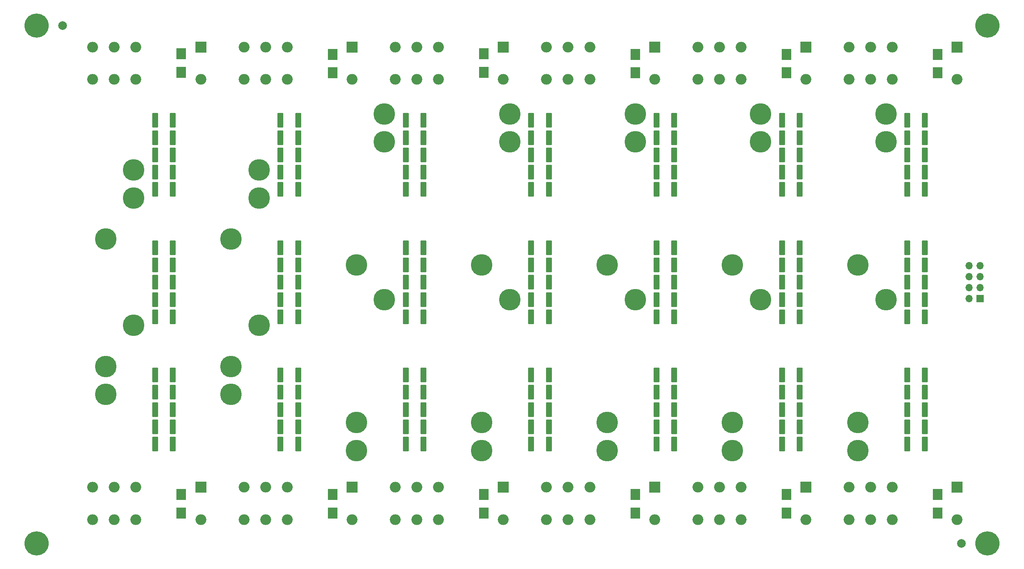
<source format=gbs>
G04 #@! TF.GenerationSoftware,KiCad,Pcbnew,7.0.9-7.0.9~ubuntu20.04.1*
G04 #@! TF.CreationDate,2023-12-17T16:45:51+01:00*
G04 #@! TF.ProjectId,low_pass,6c6f775f-7061-4737-932e-6b696361645f,1.0*
G04 #@! TF.SameCoordinates,Original*
G04 #@! TF.FileFunction,Soldermask,Bot*
G04 #@! TF.FilePolarity,Negative*
%FSLAX46Y46*%
G04 Gerber Fmt 4.6, Leading zero omitted, Abs format (unit mm)*
G04 Created by KiCad (PCBNEW 7.0.9-7.0.9~ubuntu20.04.1) date 2023-12-17 16:45:51*
%MOMM*%
%LPD*%
G01*
G04 APERTURE LIST*
G04 Aperture macros list*
%AMRoundRect*
0 Rectangle with rounded corners*
0 $1 Rounding radius*
0 $2 $3 $4 $5 $6 $7 $8 $9 X,Y pos of 4 corners*
0 Add a 4 corners polygon primitive as box body*
4,1,4,$2,$3,$4,$5,$6,$7,$8,$9,$2,$3,0*
0 Add four circle primitives for the rounded corners*
1,1,$1+$1,$2,$3*
1,1,$1+$1,$4,$5*
1,1,$1+$1,$6,$7*
1,1,$1+$1,$8,$9*
0 Add four rect primitives between the rounded corners*
20,1,$1+$1,$2,$3,$4,$5,0*
20,1,$1+$1,$4,$5,$6,$7,0*
20,1,$1+$1,$6,$7,$8,$9,0*
20,1,$1+$1,$8,$9,$2,$3,0*%
G04 Aperture macros list end*
%ADD10C,5.600000*%
%ADD11R,2.500000X2.500000*%
%ADD12O,2.500000X2.500000*%
%ADD13R,1.700000X1.700000*%
%ADD14O,1.700000X1.700000*%
%ADD15RoundRect,0.249999X0.450001X1.450001X-0.450001X1.450001X-0.450001X-1.450001X0.450001X-1.450001X0*%
%ADD16C,5.000000*%
%ADD17R,2.300000X2.500000*%
%ADD18C,2.000000*%
G04 APERTURE END LIST*
D10*
X40000000Y-150000000D03*
X40000000Y-30000000D03*
D11*
X148000000Y-35000000D03*
D12*
X133000000Y-35000000D03*
X128000000Y-35000000D03*
X123000000Y-35000000D03*
X123000000Y-42500000D03*
X128000000Y-42500000D03*
X133000000Y-42500000D03*
X148000000Y-42500000D03*
D11*
X253000000Y-35000000D03*
D12*
X238000000Y-35000000D03*
X233000000Y-35000000D03*
X228000000Y-35000000D03*
X228000000Y-42500000D03*
X233000000Y-42500000D03*
X238000000Y-42500000D03*
X253000000Y-42500000D03*
D11*
X183000000Y-137000000D03*
D12*
X168000000Y-137000000D03*
X163000000Y-137000000D03*
X158000000Y-137000000D03*
X158000000Y-144500000D03*
X163000000Y-144500000D03*
X168000000Y-144500000D03*
X183000000Y-144500000D03*
D10*
X260000000Y-150000000D03*
D11*
X113000000Y-137000000D03*
D12*
X98000000Y-137000000D03*
X93000000Y-137000000D03*
X88000000Y-137000000D03*
X88000000Y-144500000D03*
X93000000Y-144500000D03*
X98000000Y-144500000D03*
X113000000Y-144500000D03*
D11*
X218000000Y-35000000D03*
D12*
X203000000Y-35000000D03*
X198000000Y-35000000D03*
X193000000Y-35000000D03*
X193000000Y-42500000D03*
X198000000Y-42500000D03*
X203000000Y-42500000D03*
X218000000Y-42500000D03*
D11*
X113000000Y-35000000D03*
D12*
X98000000Y-35000000D03*
X93000000Y-35000000D03*
X88000000Y-35000000D03*
X88000000Y-42500000D03*
X93000000Y-42500000D03*
X98000000Y-42500000D03*
X113000000Y-42500000D03*
D11*
X218000000Y-137000000D03*
D12*
X203000000Y-137000000D03*
X198000000Y-137000000D03*
X193000000Y-137000000D03*
X193000000Y-144500000D03*
X198000000Y-144500000D03*
X203000000Y-144500000D03*
X218000000Y-144500000D03*
D11*
X183000000Y-35000000D03*
D12*
X168000000Y-35000000D03*
X163000000Y-35000000D03*
X158000000Y-35000000D03*
X158000000Y-42500000D03*
X163000000Y-42500000D03*
X168000000Y-42500000D03*
X183000000Y-42500000D03*
D10*
X260000000Y-30000000D03*
D11*
X148000000Y-137000000D03*
D12*
X133000000Y-137000000D03*
X128000000Y-137000000D03*
X123000000Y-137000000D03*
X123000000Y-144500000D03*
X128000000Y-144500000D03*
X133000000Y-144500000D03*
X148000000Y-144500000D03*
D11*
X253000000Y-137000000D03*
D12*
X238000000Y-137000000D03*
X233000000Y-137000000D03*
X228000000Y-137000000D03*
X228000000Y-144500000D03*
X233000000Y-144500000D03*
X238000000Y-144500000D03*
X253000000Y-144500000D03*
D11*
X78000000Y-137000000D03*
D12*
X63000000Y-137000000D03*
X58000000Y-137000000D03*
X53000000Y-137000000D03*
X53000000Y-144500000D03*
X58000000Y-144500000D03*
X63000000Y-144500000D03*
X78000000Y-144500000D03*
D11*
X78000000Y-35000000D03*
D12*
X63000000Y-35000000D03*
X58000000Y-35000000D03*
X53000000Y-35000000D03*
X53000000Y-42500000D03*
X58000000Y-42500000D03*
X63000000Y-42500000D03*
X78000000Y-42500000D03*
D13*
X258275000Y-93300000D03*
D14*
X255735000Y-93300000D03*
X258275000Y-90760000D03*
X255735000Y-90760000D03*
X258275000Y-88220000D03*
X255735000Y-88220000D03*
X258275000Y-85680000D03*
X255735000Y-85680000D03*
D15*
X245550000Y-97500000D03*
X245550000Y-119000000D03*
X245550000Y-115000000D03*
X245550000Y-81500000D03*
X245550000Y-93500000D03*
X245550000Y-56000000D03*
X245550000Y-60000000D03*
X245550000Y-111000000D03*
X245550000Y-89500000D03*
X245550000Y-52000000D03*
X245550000Y-123000000D03*
X245550000Y-64000000D03*
X245550000Y-127000000D03*
X245550000Y-85500000D03*
X245550000Y-68000000D03*
X241450000Y-52000000D03*
D16*
X236500000Y-50500000D03*
D15*
X241450000Y-64000000D03*
X241450000Y-68000000D03*
D16*
X236500000Y-57000000D03*
D15*
X241450000Y-60000000D03*
X241450000Y-56000000D03*
X241450000Y-123000000D03*
X241450000Y-115000000D03*
X241450000Y-111000000D03*
D16*
X230000000Y-122000000D03*
D15*
X241450000Y-119000000D03*
X241450000Y-127000000D03*
D16*
X230000000Y-128500000D03*
D15*
X241450000Y-81500000D03*
X241450000Y-85500000D03*
X241450000Y-93500000D03*
X241450000Y-89500000D03*
D16*
X230000000Y-85500000D03*
X236500000Y-93500000D03*
D15*
X241450000Y-97500000D03*
X187550000Y-97500000D03*
X187550000Y-119000000D03*
X187550000Y-68000000D03*
X187550000Y-89500000D03*
X187550000Y-123000000D03*
X187550000Y-93500000D03*
X187550000Y-64000000D03*
X187550000Y-111000000D03*
X187550000Y-60000000D03*
X187550000Y-56000000D03*
X187550000Y-81500000D03*
X187550000Y-127000000D03*
X187550000Y-85500000D03*
X187550000Y-52000000D03*
X187550000Y-115000000D03*
D16*
X178500000Y-50500000D03*
D15*
X183450000Y-52000000D03*
X183450000Y-68000000D03*
X183450000Y-64000000D03*
X183450000Y-60000000D03*
D16*
X178500000Y-57000000D03*
D15*
X183450000Y-56000000D03*
D16*
X172000000Y-128500000D03*
X172000000Y-122000000D03*
D15*
X183450000Y-127000000D03*
X183450000Y-111000000D03*
X183450000Y-115000000D03*
X183450000Y-123000000D03*
X183450000Y-119000000D03*
X183450000Y-93500000D03*
D16*
X178500000Y-93500000D03*
D15*
X183450000Y-97500000D03*
D16*
X172000000Y-85500000D03*
D15*
X183450000Y-81500000D03*
X183450000Y-89500000D03*
X183450000Y-85500000D03*
D17*
X178500000Y-138700000D03*
X178500000Y-143000000D03*
D15*
X216550000Y-60000000D03*
X216550000Y-52000000D03*
X216550000Y-89500000D03*
X216550000Y-111000000D03*
X216550000Y-85500000D03*
X216550000Y-119000000D03*
X216550000Y-93500000D03*
X216550000Y-56000000D03*
X216550000Y-81500000D03*
X216550000Y-97500000D03*
X216550000Y-123000000D03*
X216550000Y-115000000D03*
X216550000Y-127000000D03*
X216550000Y-64000000D03*
X216550000Y-68000000D03*
X212450000Y-52000000D03*
X212450000Y-68000000D03*
D16*
X207500000Y-57000000D03*
D15*
X212450000Y-64000000D03*
D16*
X207500000Y-50500000D03*
D15*
X212450000Y-60000000D03*
X212450000Y-56000000D03*
X212450000Y-111000000D03*
X212450000Y-127000000D03*
D16*
X201000000Y-128500000D03*
X201000000Y-122000000D03*
D15*
X212450000Y-119000000D03*
X212450000Y-123000000D03*
X212450000Y-115000000D03*
D16*
X201000000Y-85500000D03*
D15*
X212450000Y-97500000D03*
X212450000Y-81500000D03*
X212450000Y-85500000D03*
X212450000Y-89500000D03*
X212450000Y-93500000D03*
D16*
X207500000Y-93500000D03*
D17*
X178500000Y-41000000D03*
X178500000Y-36700000D03*
X248500000Y-138700000D03*
X248500000Y-143000000D03*
D15*
X129550000Y-89500000D03*
X129550000Y-81500000D03*
X129550000Y-64000000D03*
X129550000Y-111000000D03*
X129550000Y-85500000D03*
X129550000Y-123000000D03*
X129550000Y-56000000D03*
X129550000Y-68000000D03*
X129550000Y-52000000D03*
X129550000Y-115000000D03*
X129550000Y-93500000D03*
X129550000Y-119000000D03*
X129550000Y-127000000D03*
X129550000Y-97500000D03*
X129550000Y-60000000D03*
X125450000Y-60000000D03*
X125450000Y-68000000D03*
D16*
X120500000Y-50500000D03*
D15*
X125450000Y-64000000D03*
X125450000Y-52000000D03*
X125450000Y-56000000D03*
D16*
X120500000Y-57000000D03*
D15*
X125450000Y-123000000D03*
X125450000Y-111000000D03*
X125450000Y-119000000D03*
X125450000Y-115000000D03*
D16*
X114000000Y-122000000D03*
X114000000Y-128500000D03*
D15*
X125450000Y-127000000D03*
X125450000Y-89500000D03*
X125450000Y-85500000D03*
X125450000Y-97500000D03*
X125450000Y-93500000D03*
D16*
X114000000Y-85500000D03*
D15*
X125450000Y-81500000D03*
D16*
X120500000Y-93500000D03*
D18*
X254000000Y-150000000D03*
D17*
X213500000Y-138700000D03*
X213500000Y-143000000D03*
X73500000Y-40837500D03*
X73500000Y-36537500D03*
D15*
X100550000Y-115000000D03*
X100550000Y-119000000D03*
X100550000Y-127000000D03*
X100550000Y-85500000D03*
X100550000Y-81500000D03*
X100550000Y-56000000D03*
X100550000Y-68000000D03*
X100550000Y-64000000D03*
X100550000Y-93500000D03*
X100550000Y-97500000D03*
X100550000Y-52000000D03*
X100550000Y-89500000D03*
X100550000Y-60000000D03*
X100550000Y-111000000D03*
X100550000Y-123000000D03*
D16*
X91500000Y-63500000D03*
D15*
X96450000Y-68000000D03*
X96450000Y-56000000D03*
X96450000Y-52000000D03*
D16*
X91500000Y-70000000D03*
D15*
X96450000Y-64000000D03*
X96450000Y-60000000D03*
X96450000Y-123000000D03*
D16*
X85000000Y-109000000D03*
D15*
X96450000Y-127000000D03*
X96450000Y-115000000D03*
X96450000Y-119000000D03*
X96450000Y-111000000D03*
D16*
X85000000Y-115500000D03*
X91500000Y-99500000D03*
D15*
X96450000Y-89500000D03*
X96450000Y-81500000D03*
X96450000Y-93500000D03*
X96450000Y-97500000D03*
X96450000Y-85500000D03*
D16*
X85000000Y-79500000D03*
D17*
X108500000Y-41000000D03*
X108500000Y-36700000D03*
X213500000Y-41000000D03*
X213500000Y-36700000D03*
X143500000Y-40837500D03*
X143500000Y-36537500D03*
X108500000Y-138700000D03*
X108500000Y-143000000D03*
D15*
X158550000Y-68000000D03*
X158550000Y-85500000D03*
X158550000Y-89500000D03*
X158550000Y-97500000D03*
X158550000Y-93500000D03*
X158550000Y-81500000D03*
X158550000Y-119000000D03*
X158550000Y-60000000D03*
X158550000Y-123000000D03*
X158550000Y-127000000D03*
X158550000Y-56000000D03*
X158550000Y-111000000D03*
X158550000Y-52000000D03*
X158550000Y-64000000D03*
X158550000Y-115000000D03*
D16*
X149500000Y-50500000D03*
D15*
X154450000Y-64000000D03*
X154450000Y-52000000D03*
X154450000Y-56000000D03*
X154450000Y-60000000D03*
D16*
X149500000Y-57000000D03*
D15*
X154450000Y-68000000D03*
X154450000Y-127000000D03*
D16*
X143000000Y-122000000D03*
D15*
X154450000Y-111000000D03*
X154450000Y-123000000D03*
D16*
X143000000Y-128500000D03*
D15*
X154450000Y-119000000D03*
X154450000Y-115000000D03*
X154450000Y-97500000D03*
X154450000Y-85500000D03*
X154450000Y-81500000D03*
X154450000Y-93500000D03*
D16*
X149500000Y-93500000D03*
D15*
X154450000Y-89500000D03*
D16*
X143000000Y-85500000D03*
D18*
X46000000Y-30000000D03*
D17*
X248500000Y-41000000D03*
X248500000Y-36700000D03*
X143500000Y-138700000D03*
X143500000Y-143000000D03*
X73500000Y-138700000D03*
X73500000Y-143000000D03*
D15*
X71550000Y-111000000D03*
X71550000Y-97500000D03*
X71550000Y-123000000D03*
X71550000Y-81500000D03*
X71550000Y-89500000D03*
X71550000Y-119000000D03*
X71550000Y-127000000D03*
X71550000Y-85500000D03*
X71550000Y-52000000D03*
X71550000Y-64000000D03*
X71550000Y-68000000D03*
X71550000Y-93500000D03*
X71550000Y-60000000D03*
X71550000Y-56000000D03*
X71550000Y-115000000D03*
X67450000Y-68000000D03*
D16*
X62500000Y-70000000D03*
D15*
X67450000Y-52000000D03*
X67450000Y-56000000D03*
X67450000Y-60000000D03*
D16*
X62500000Y-63500000D03*
D15*
X67450000Y-64000000D03*
D16*
X56000000Y-109000000D03*
D15*
X67450000Y-127000000D03*
X67450000Y-123000000D03*
X67450000Y-111000000D03*
D16*
X56000000Y-115500000D03*
D15*
X67450000Y-115000000D03*
X67450000Y-119000000D03*
D16*
X62500000Y-99500000D03*
D15*
X67450000Y-89500000D03*
D16*
X56000000Y-79500000D03*
D15*
X67450000Y-93500000D03*
X67450000Y-85500000D03*
X67450000Y-81500000D03*
X67450000Y-97500000D03*
M02*

</source>
